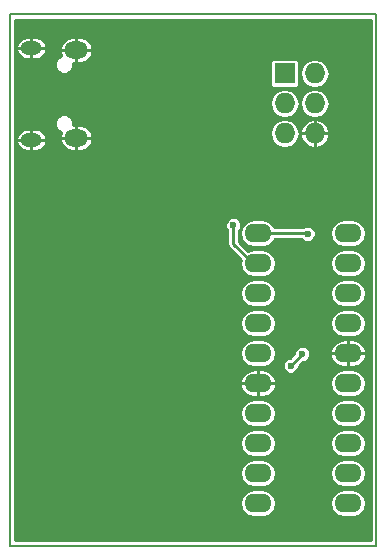
<source format=gbr>
G04 #@! TF.FileFunction,Copper,L2,Bot,Signal*
%FSLAX46Y46*%
G04 Gerber Fmt 4.6, Leading zero omitted, Abs format (unit mm)*
G04 Created by KiCad (PCBNEW 4.0.2+dfsg1-stable) date Die 12 Sep 2017 09:23:44 CEST*
%MOMM*%
G01*
G04 APERTURE LIST*
%ADD10C,0.100000*%
%ADD11C,0.150000*%
%ADD12O,2.300000X1.600000*%
%ADD13R,1.727200X1.727200*%
%ADD14O,1.727200X1.727200*%
%ADD15O,1.800000X1.150000*%
%ADD16O,2.000000X1.450000*%
%ADD17C,0.600000*%
%ADD18C,0.250000*%
G04 APERTURE END LIST*
D10*
D11*
X0Y0D02*
X0Y45000000D01*
X31000000Y0D02*
X0Y0D01*
X31000000Y45000000D02*
X31000000Y0D01*
X0Y45000000D02*
X31000000Y45000000D01*
D12*
X21000000Y26450000D03*
X21000000Y23910000D03*
X21000000Y21370000D03*
X21000000Y18830000D03*
X21000000Y16290000D03*
X21000000Y13750000D03*
X21000000Y11210000D03*
X21000000Y8670000D03*
X21000000Y6130000D03*
X21000000Y3590000D03*
X28620000Y3590000D03*
X28620000Y6130000D03*
X28620000Y8670000D03*
X28620000Y11210000D03*
X28620000Y13750000D03*
X28620000Y16290000D03*
X28620000Y18830000D03*
X28620000Y21370000D03*
X28620000Y23910000D03*
X28620000Y26450000D03*
D13*
X23250000Y40000000D03*
D14*
X25790000Y40000000D03*
X23250000Y37460000D03*
X25790000Y37460000D03*
X23250000Y34920000D03*
X25790000Y34920000D03*
D15*
X1800000Y34375000D03*
X1800000Y42125000D03*
D16*
X5600000Y34525000D03*
X5600000Y41975000D03*
D17*
X7050000Y36950000D03*
X14600000Y17000000D03*
X6000000Y13000000D03*
X25200000Y26400000D03*
X18900000Y27150000D03*
X24750000Y16250000D03*
X23750000Y15250000D03*
D18*
X21000000Y26450000D02*
X25150000Y26450000D01*
X25150000Y26450000D02*
X25200000Y26400000D01*
X21000000Y23910000D02*
X20540000Y23910000D01*
X20540000Y23910000D02*
X18900000Y25550000D01*
X18900000Y25550000D02*
X18900000Y27150000D01*
X23750000Y15250000D02*
X24750000Y16250000D01*
G36*
X30550000Y450000D02*
X450000Y450000D01*
X450000Y3590000D01*
X19445123Y3590000D01*
X19534565Y3140347D01*
X19789273Y2759150D01*
X20170470Y2504442D01*
X20620123Y2415000D01*
X21379877Y2415000D01*
X21829530Y2504442D01*
X22210727Y2759150D01*
X22465435Y3140347D01*
X22554877Y3590000D01*
X27065123Y3590000D01*
X27154565Y3140347D01*
X27409273Y2759150D01*
X27790470Y2504442D01*
X28240123Y2415000D01*
X28999877Y2415000D01*
X29449530Y2504442D01*
X29830727Y2759150D01*
X30085435Y3140347D01*
X30174877Y3590000D01*
X30085435Y4039653D01*
X29830727Y4420850D01*
X29449530Y4675558D01*
X28999877Y4765000D01*
X28240123Y4765000D01*
X27790470Y4675558D01*
X27409273Y4420850D01*
X27154565Y4039653D01*
X27065123Y3590000D01*
X22554877Y3590000D01*
X22465435Y4039653D01*
X22210727Y4420850D01*
X21829530Y4675558D01*
X21379877Y4765000D01*
X20620123Y4765000D01*
X20170470Y4675558D01*
X19789273Y4420850D01*
X19534565Y4039653D01*
X19445123Y3590000D01*
X450000Y3590000D01*
X450000Y6130000D01*
X19445123Y6130000D01*
X19534565Y5680347D01*
X19789273Y5299150D01*
X20170470Y5044442D01*
X20620123Y4955000D01*
X21379877Y4955000D01*
X21829530Y5044442D01*
X22210727Y5299150D01*
X22465435Y5680347D01*
X22554877Y6130000D01*
X27065123Y6130000D01*
X27154565Y5680347D01*
X27409273Y5299150D01*
X27790470Y5044442D01*
X28240123Y4955000D01*
X28999877Y4955000D01*
X29449530Y5044442D01*
X29830727Y5299150D01*
X30085435Y5680347D01*
X30174877Y6130000D01*
X30085435Y6579653D01*
X29830727Y6960850D01*
X29449530Y7215558D01*
X28999877Y7305000D01*
X28240123Y7305000D01*
X27790470Y7215558D01*
X27409273Y6960850D01*
X27154565Y6579653D01*
X27065123Y6130000D01*
X22554877Y6130000D01*
X22465435Y6579653D01*
X22210727Y6960850D01*
X21829530Y7215558D01*
X21379877Y7305000D01*
X20620123Y7305000D01*
X20170470Y7215558D01*
X19789273Y6960850D01*
X19534565Y6579653D01*
X19445123Y6130000D01*
X450000Y6130000D01*
X450000Y8670000D01*
X19445123Y8670000D01*
X19534565Y8220347D01*
X19789273Y7839150D01*
X20170470Y7584442D01*
X20620123Y7495000D01*
X21379877Y7495000D01*
X21829530Y7584442D01*
X22210727Y7839150D01*
X22465435Y8220347D01*
X22554877Y8670000D01*
X27065123Y8670000D01*
X27154565Y8220347D01*
X27409273Y7839150D01*
X27790470Y7584442D01*
X28240123Y7495000D01*
X28999877Y7495000D01*
X29449530Y7584442D01*
X29830727Y7839150D01*
X30085435Y8220347D01*
X30174877Y8670000D01*
X30085435Y9119653D01*
X29830727Y9500850D01*
X29449530Y9755558D01*
X28999877Y9845000D01*
X28240123Y9845000D01*
X27790470Y9755558D01*
X27409273Y9500850D01*
X27154565Y9119653D01*
X27065123Y8670000D01*
X22554877Y8670000D01*
X22465435Y9119653D01*
X22210727Y9500850D01*
X21829530Y9755558D01*
X21379877Y9845000D01*
X20620123Y9845000D01*
X20170470Y9755558D01*
X19789273Y9500850D01*
X19534565Y9119653D01*
X19445123Y8670000D01*
X450000Y8670000D01*
X450000Y11210000D01*
X19445123Y11210000D01*
X19534565Y10760347D01*
X19789273Y10379150D01*
X20170470Y10124442D01*
X20620123Y10035000D01*
X21379877Y10035000D01*
X21829530Y10124442D01*
X22210727Y10379150D01*
X22465435Y10760347D01*
X22554877Y11210000D01*
X27065123Y11210000D01*
X27154565Y10760347D01*
X27409273Y10379150D01*
X27790470Y10124442D01*
X28240123Y10035000D01*
X28999877Y10035000D01*
X29449530Y10124442D01*
X29830727Y10379150D01*
X30085435Y10760347D01*
X30174877Y11210000D01*
X30085435Y11659653D01*
X29830727Y12040850D01*
X29449530Y12295558D01*
X28999877Y12385000D01*
X28240123Y12385000D01*
X27790470Y12295558D01*
X27409273Y12040850D01*
X27154565Y11659653D01*
X27065123Y11210000D01*
X22554877Y11210000D01*
X22465435Y11659653D01*
X22210727Y12040850D01*
X21829530Y12295558D01*
X21379877Y12385000D01*
X20620123Y12385000D01*
X20170470Y12295558D01*
X19789273Y12040850D01*
X19534565Y11659653D01*
X19445123Y11210000D01*
X450000Y11210000D01*
X450000Y13561253D01*
X19490259Y13561253D01*
X19562528Y13304966D01*
X19815614Y12922685D01*
X20195728Y12666355D01*
X20645000Y12575000D01*
X20995000Y12575000D01*
X20995000Y13745000D01*
X21005000Y13745000D01*
X21005000Y12575000D01*
X21355000Y12575000D01*
X21804272Y12666355D01*
X22184386Y12922685D01*
X22437472Y13304966D01*
X22509741Y13561253D01*
X22431238Y13745000D01*
X21005000Y13745000D01*
X20995000Y13745000D01*
X19568762Y13745000D01*
X19490259Y13561253D01*
X450000Y13561253D01*
X450000Y13750000D01*
X27065123Y13750000D01*
X27154565Y13300347D01*
X27409273Y12919150D01*
X27790470Y12664442D01*
X28240123Y12575000D01*
X28999877Y12575000D01*
X29449530Y12664442D01*
X29830727Y12919150D01*
X30085435Y13300347D01*
X30174877Y13750000D01*
X30085435Y14199653D01*
X29830727Y14580850D01*
X29449530Y14835558D01*
X28999877Y14925000D01*
X28240123Y14925000D01*
X27790470Y14835558D01*
X27409273Y14580850D01*
X27154565Y14199653D01*
X27065123Y13750000D01*
X450000Y13750000D01*
X450000Y13938747D01*
X19490259Y13938747D01*
X19568762Y13755000D01*
X20995000Y13755000D01*
X20995000Y14925000D01*
X21005000Y14925000D01*
X21005000Y13755000D01*
X22431238Y13755000D01*
X22509741Y13938747D01*
X22437472Y14195034D01*
X22184386Y14577315D01*
X21804272Y14833645D01*
X21355000Y14925000D01*
X21005000Y14925000D01*
X20995000Y14925000D01*
X20645000Y14925000D01*
X20195728Y14833645D01*
X19815614Y14577315D01*
X19562528Y14195034D01*
X19490259Y13938747D01*
X450000Y13938747D01*
X450000Y16290000D01*
X19445123Y16290000D01*
X19534565Y15840347D01*
X19789273Y15459150D01*
X20170470Y15204442D01*
X20620123Y15115000D01*
X21379877Y15115000D01*
X21386528Y15116323D01*
X23074883Y15116323D01*
X23177429Y14868143D01*
X23367144Y14678097D01*
X23615145Y14575117D01*
X23883677Y14574883D01*
X24131857Y14677429D01*
X24321903Y14867144D01*
X24424883Y15115145D01*
X24424973Y15217866D01*
X24782078Y15574972D01*
X24883677Y15574883D01*
X25131857Y15677429D01*
X25321903Y15867144D01*
X25419114Y16101253D01*
X27110259Y16101253D01*
X27182528Y15844966D01*
X27435614Y15462685D01*
X27815728Y15206355D01*
X28265000Y15115000D01*
X28615000Y15115000D01*
X28615000Y16285000D01*
X28625000Y16285000D01*
X28625000Y15115000D01*
X28975000Y15115000D01*
X29424272Y15206355D01*
X29804386Y15462685D01*
X30057472Y15844966D01*
X30129741Y16101253D01*
X30051238Y16285000D01*
X28625000Y16285000D01*
X28615000Y16285000D01*
X27188762Y16285000D01*
X27110259Y16101253D01*
X25419114Y16101253D01*
X25424883Y16115145D01*
X25425117Y16383677D01*
X25385835Y16478747D01*
X27110259Y16478747D01*
X27188762Y16295000D01*
X28615000Y16295000D01*
X28615000Y17465000D01*
X28625000Y17465000D01*
X28625000Y16295000D01*
X30051238Y16295000D01*
X30129741Y16478747D01*
X30057472Y16735034D01*
X29804386Y17117315D01*
X29424272Y17373645D01*
X28975000Y17465000D01*
X28625000Y17465000D01*
X28615000Y17465000D01*
X28265000Y17465000D01*
X27815728Y17373645D01*
X27435614Y17117315D01*
X27182528Y16735034D01*
X27110259Y16478747D01*
X25385835Y16478747D01*
X25322571Y16631857D01*
X25132856Y16821903D01*
X24884855Y16924883D01*
X24616323Y16925117D01*
X24368143Y16822571D01*
X24178097Y16632856D01*
X24075117Y16384855D01*
X24075027Y16282134D01*
X23717922Y15925028D01*
X23616323Y15925117D01*
X23368143Y15822571D01*
X23178097Y15632856D01*
X23075117Y15384855D01*
X23074883Y15116323D01*
X21386528Y15116323D01*
X21829530Y15204442D01*
X22210727Y15459150D01*
X22465435Y15840347D01*
X22554877Y16290000D01*
X22465435Y16739653D01*
X22210727Y17120850D01*
X21829530Y17375558D01*
X21379877Y17465000D01*
X20620123Y17465000D01*
X20170470Y17375558D01*
X19789273Y17120850D01*
X19534565Y16739653D01*
X19445123Y16290000D01*
X450000Y16290000D01*
X450000Y18830000D01*
X19445123Y18830000D01*
X19534565Y18380347D01*
X19789273Y17999150D01*
X20170470Y17744442D01*
X20620123Y17655000D01*
X21379877Y17655000D01*
X21829530Y17744442D01*
X22210727Y17999150D01*
X22465435Y18380347D01*
X22554877Y18830000D01*
X27065123Y18830000D01*
X27154565Y18380347D01*
X27409273Y17999150D01*
X27790470Y17744442D01*
X28240123Y17655000D01*
X28999877Y17655000D01*
X29449530Y17744442D01*
X29830727Y17999150D01*
X30085435Y18380347D01*
X30174877Y18830000D01*
X30085435Y19279653D01*
X29830727Y19660850D01*
X29449530Y19915558D01*
X28999877Y20005000D01*
X28240123Y20005000D01*
X27790470Y19915558D01*
X27409273Y19660850D01*
X27154565Y19279653D01*
X27065123Y18830000D01*
X22554877Y18830000D01*
X22465435Y19279653D01*
X22210727Y19660850D01*
X21829530Y19915558D01*
X21379877Y20005000D01*
X20620123Y20005000D01*
X20170470Y19915558D01*
X19789273Y19660850D01*
X19534565Y19279653D01*
X19445123Y18830000D01*
X450000Y18830000D01*
X450000Y21370000D01*
X19445123Y21370000D01*
X19534565Y20920347D01*
X19789273Y20539150D01*
X20170470Y20284442D01*
X20620123Y20195000D01*
X21379877Y20195000D01*
X21829530Y20284442D01*
X22210727Y20539150D01*
X22465435Y20920347D01*
X22554877Y21370000D01*
X27065123Y21370000D01*
X27154565Y20920347D01*
X27409273Y20539150D01*
X27790470Y20284442D01*
X28240123Y20195000D01*
X28999877Y20195000D01*
X29449530Y20284442D01*
X29830727Y20539150D01*
X30085435Y20920347D01*
X30174877Y21370000D01*
X30085435Y21819653D01*
X29830727Y22200850D01*
X29449530Y22455558D01*
X28999877Y22545000D01*
X28240123Y22545000D01*
X27790470Y22455558D01*
X27409273Y22200850D01*
X27154565Y21819653D01*
X27065123Y21370000D01*
X22554877Y21370000D01*
X22465435Y21819653D01*
X22210727Y22200850D01*
X21829530Y22455558D01*
X21379877Y22545000D01*
X20620123Y22545000D01*
X20170470Y22455558D01*
X19789273Y22200850D01*
X19534565Y21819653D01*
X19445123Y21370000D01*
X450000Y21370000D01*
X450000Y27016323D01*
X18224883Y27016323D01*
X18327429Y26768143D01*
X18400000Y26695445D01*
X18400000Y25550000D01*
X18438060Y25358658D01*
X18546447Y25196447D01*
X19509459Y24233435D01*
X19445123Y23910000D01*
X19534565Y23460347D01*
X19789273Y23079150D01*
X20170470Y22824442D01*
X20620123Y22735000D01*
X21379877Y22735000D01*
X21829530Y22824442D01*
X22210727Y23079150D01*
X22465435Y23460347D01*
X22554877Y23910000D01*
X27065123Y23910000D01*
X27154565Y23460347D01*
X27409273Y23079150D01*
X27790470Y22824442D01*
X28240123Y22735000D01*
X28999877Y22735000D01*
X29449530Y22824442D01*
X29830727Y23079150D01*
X30085435Y23460347D01*
X30174877Y23910000D01*
X30085435Y24359653D01*
X29830727Y24740850D01*
X29449530Y24995558D01*
X28999877Y25085000D01*
X28240123Y25085000D01*
X27790470Y24995558D01*
X27409273Y24740850D01*
X27154565Y24359653D01*
X27065123Y23910000D01*
X22554877Y23910000D01*
X22465435Y24359653D01*
X22210727Y24740850D01*
X21829530Y24995558D01*
X21379877Y25085000D01*
X20620123Y25085000D01*
X20170470Y24995558D01*
X20165122Y24991985D01*
X19400000Y25757106D01*
X19400000Y26450000D01*
X19445123Y26450000D01*
X19534565Y26000347D01*
X19789273Y25619150D01*
X20170470Y25364442D01*
X20620123Y25275000D01*
X21379877Y25275000D01*
X21829530Y25364442D01*
X22210727Y25619150D01*
X22431794Y25950000D01*
X24695453Y25950000D01*
X24817144Y25828097D01*
X25065145Y25725117D01*
X25333677Y25724883D01*
X25581857Y25827429D01*
X25771903Y26017144D01*
X25874883Y26265145D01*
X25875044Y26450000D01*
X27065123Y26450000D01*
X27154565Y26000347D01*
X27409273Y25619150D01*
X27790470Y25364442D01*
X28240123Y25275000D01*
X28999877Y25275000D01*
X29449530Y25364442D01*
X29830727Y25619150D01*
X30085435Y26000347D01*
X30174877Y26450000D01*
X30085435Y26899653D01*
X29830727Y27280850D01*
X29449530Y27535558D01*
X28999877Y27625000D01*
X28240123Y27625000D01*
X27790470Y27535558D01*
X27409273Y27280850D01*
X27154565Y26899653D01*
X27065123Y26450000D01*
X25875044Y26450000D01*
X25875117Y26533677D01*
X25772571Y26781857D01*
X25582856Y26971903D01*
X25334855Y27074883D01*
X25066323Y27075117D01*
X24818143Y26972571D01*
X24795533Y26950000D01*
X22431794Y26950000D01*
X22210727Y27280850D01*
X21829530Y27535558D01*
X21379877Y27625000D01*
X20620123Y27625000D01*
X20170470Y27535558D01*
X19789273Y27280850D01*
X19534565Y26899653D01*
X19445123Y26450000D01*
X19400000Y26450000D01*
X19400000Y26695366D01*
X19471903Y26767144D01*
X19574883Y27015145D01*
X19575117Y27283677D01*
X19472571Y27531857D01*
X19282856Y27721903D01*
X19034855Y27824883D01*
X18766323Y27825117D01*
X18518143Y27722571D01*
X18328097Y27532856D01*
X18225117Y27284855D01*
X18224883Y27016323D01*
X450000Y27016323D01*
X450000Y34221451D01*
X537491Y34221451D01*
X595401Y34016070D01*
X799713Y33706784D01*
X1106831Y33499228D01*
X1470000Y33425000D01*
X1795000Y33425000D01*
X1795000Y34370000D01*
X1805000Y34370000D01*
X1805000Y33425000D01*
X2130000Y33425000D01*
X2493169Y33499228D01*
X2800287Y33706784D01*
X3004599Y34016070D01*
X3062509Y34221451D01*
X2993280Y34347985D01*
X4239336Y34347985D01*
X4306819Y34108668D01*
X4543647Y33750718D01*
X4899429Y33510646D01*
X5320000Y33425000D01*
X5595000Y33425000D01*
X5595000Y34520000D01*
X5605000Y34520000D01*
X5605000Y33425000D01*
X5880000Y33425000D01*
X6300571Y33510646D01*
X6656353Y33750718D01*
X6893181Y34108668D01*
X6960664Y34347985D01*
X6881238Y34520000D01*
X5605000Y34520000D01*
X5595000Y34520000D01*
X4318762Y34520000D01*
X4239336Y34347985D01*
X2993280Y34347985D01*
X2981235Y34370000D01*
X1805000Y34370000D01*
X1795000Y34370000D01*
X618765Y34370000D01*
X537491Y34221451D01*
X450000Y34221451D01*
X450000Y34528549D01*
X537491Y34528549D01*
X618765Y34380000D01*
X1795000Y34380000D01*
X1795000Y35325000D01*
X1805000Y35325000D01*
X1805000Y34380000D01*
X2981235Y34380000D01*
X3062509Y34528549D01*
X3004599Y34733930D01*
X2800287Y35043216D01*
X2493169Y35250772D01*
X2130000Y35325000D01*
X1805000Y35325000D01*
X1795000Y35325000D01*
X1470000Y35325000D01*
X1106831Y35250772D01*
X799713Y35043216D01*
X595401Y34733930D01*
X537491Y34528549D01*
X450000Y34528549D01*
X450000Y35596519D01*
X3774866Y35596519D01*
X3892604Y35311571D01*
X4110425Y35093370D01*
X4343405Y34996629D01*
X4306819Y34941332D01*
X4239336Y34702015D01*
X4318762Y34530000D01*
X5595000Y34530000D01*
X5595000Y35625000D01*
X5605000Y35625000D01*
X5605000Y34530000D01*
X6881238Y34530000D01*
X6960664Y34702015D01*
X6899197Y34920000D01*
X21987134Y34920000D01*
X22081417Y34446008D01*
X22349912Y34044178D01*
X22751742Y33775683D01*
X23225734Y33681400D01*
X23274266Y33681400D01*
X23748258Y33775683D01*
X24150088Y34044178D01*
X24418583Y34446008D01*
X24473342Y34721303D01*
X24567441Y34721303D01*
X24584464Y34635719D01*
X24785020Y34196020D01*
X25138575Y33866541D01*
X25591303Y33697441D01*
X25785000Y33775160D01*
X25785000Y34915000D01*
X25795000Y34915000D01*
X25795000Y33775160D01*
X25988697Y33697441D01*
X26441425Y33866541D01*
X26794980Y34196020D01*
X26995536Y34635719D01*
X27012559Y34721303D01*
X26934839Y34915000D01*
X25795000Y34915000D01*
X25785000Y34915000D01*
X24645161Y34915000D01*
X24567441Y34721303D01*
X24473342Y34721303D01*
X24512866Y34920000D01*
X24473343Y35118697D01*
X24567441Y35118697D01*
X24645161Y34925000D01*
X25785000Y34925000D01*
X25785000Y36064840D01*
X25795000Y36064840D01*
X25795000Y34925000D01*
X26934839Y34925000D01*
X27012559Y35118697D01*
X26995536Y35204281D01*
X26794980Y35643980D01*
X26441425Y35973459D01*
X25988697Y36142559D01*
X25795000Y36064840D01*
X25785000Y36064840D01*
X25591303Y36142559D01*
X25138575Y35973459D01*
X24785020Y35643980D01*
X24584464Y35204281D01*
X24567441Y35118697D01*
X24473343Y35118697D01*
X24418583Y35393992D01*
X24150088Y35795822D01*
X23748258Y36064317D01*
X23274266Y36158600D01*
X23225734Y36158600D01*
X22751742Y36064317D01*
X22349912Y35795822D01*
X22081417Y35393992D01*
X21987134Y34920000D01*
X6899197Y34920000D01*
X6893181Y34941332D01*
X6656353Y35299282D01*
X6300571Y35539354D01*
X5880000Y35625000D01*
X5605000Y35625000D01*
X5595000Y35625000D01*
X5324891Y35625000D01*
X5325134Y35903481D01*
X5207396Y36188429D01*
X4989575Y36406630D01*
X4704833Y36524865D01*
X4396519Y36525134D01*
X4111571Y36407396D01*
X3893370Y36189575D01*
X3775135Y35904833D01*
X3774866Y35596519D01*
X450000Y35596519D01*
X450000Y37460000D01*
X21987134Y37460000D01*
X22081417Y36986008D01*
X22349912Y36584178D01*
X22751742Y36315683D01*
X23225734Y36221400D01*
X23274266Y36221400D01*
X23748258Y36315683D01*
X24150088Y36584178D01*
X24418583Y36986008D01*
X24512866Y37460000D01*
X24527134Y37460000D01*
X24621417Y36986008D01*
X24889912Y36584178D01*
X25291742Y36315683D01*
X25765734Y36221400D01*
X25814266Y36221400D01*
X26288258Y36315683D01*
X26690088Y36584178D01*
X26958583Y36986008D01*
X27052866Y37460000D01*
X26958583Y37933992D01*
X26690088Y38335822D01*
X26288258Y38604317D01*
X25814266Y38698600D01*
X25765734Y38698600D01*
X25291742Y38604317D01*
X24889912Y38335822D01*
X24621417Y37933992D01*
X24527134Y37460000D01*
X24512866Y37460000D01*
X24418583Y37933992D01*
X24150088Y38335822D01*
X23748258Y38604317D01*
X23274266Y38698600D01*
X23225734Y38698600D01*
X22751742Y38604317D01*
X22349912Y38335822D01*
X22081417Y37933992D01*
X21987134Y37460000D01*
X450000Y37460000D01*
X450000Y40596519D01*
X3774866Y40596519D01*
X3892604Y40311571D01*
X4110425Y40093370D01*
X4395167Y39975135D01*
X4703481Y39974866D01*
X4988429Y40092604D01*
X5206630Y40310425D01*
X5324865Y40595167D01*
X5325099Y40863600D01*
X22004054Y40863600D01*
X22004054Y39136400D01*
X22030202Y38997434D01*
X22112331Y38869801D01*
X22237646Y38784177D01*
X22386400Y38754054D01*
X24113600Y38754054D01*
X24252566Y38780202D01*
X24380199Y38862331D01*
X24465823Y38987646D01*
X24495946Y39136400D01*
X24495946Y40000000D01*
X24527134Y40000000D01*
X24621417Y39526008D01*
X24889912Y39124178D01*
X25291742Y38855683D01*
X25765734Y38761400D01*
X25814266Y38761400D01*
X26288258Y38855683D01*
X26690088Y39124178D01*
X26958583Y39526008D01*
X27052866Y40000000D01*
X26958583Y40473992D01*
X26690088Y40875822D01*
X26288258Y41144317D01*
X25814266Y41238600D01*
X25765734Y41238600D01*
X25291742Y41144317D01*
X24889912Y40875822D01*
X24621417Y40473992D01*
X24527134Y40000000D01*
X24495946Y40000000D01*
X24495946Y40863600D01*
X24469798Y41002566D01*
X24387669Y41130199D01*
X24262354Y41215823D01*
X24113600Y41245946D01*
X22386400Y41245946D01*
X22247434Y41219798D01*
X22119801Y41137669D01*
X22034177Y41012354D01*
X22004054Y40863600D01*
X5325099Y40863600D01*
X5325109Y40875000D01*
X5595000Y40875000D01*
X5595000Y41970000D01*
X5605000Y41970000D01*
X5605000Y40875000D01*
X5880000Y40875000D01*
X6300571Y40960646D01*
X6656353Y41200718D01*
X6893181Y41558668D01*
X6960664Y41797985D01*
X6881238Y41970000D01*
X5605000Y41970000D01*
X5595000Y41970000D01*
X4318762Y41970000D01*
X4239336Y41797985D01*
X4306819Y41558668D01*
X4343500Y41503227D01*
X4111571Y41407396D01*
X3893370Y41189575D01*
X3775135Y40904833D01*
X3774866Y40596519D01*
X450000Y40596519D01*
X450000Y41971451D01*
X537491Y41971451D01*
X595401Y41766070D01*
X799713Y41456784D01*
X1106831Y41249228D01*
X1470000Y41175000D01*
X1795000Y41175000D01*
X1795000Y42120000D01*
X1805000Y42120000D01*
X1805000Y41175000D01*
X2130000Y41175000D01*
X2493169Y41249228D01*
X2800287Y41456784D01*
X3004599Y41766070D01*
X3062509Y41971451D01*
X2981235Y42120000D01*
X1805000Y42120000D01*
X1795000Y42120000D01*
X618765Y42120000D01*
X537491Y41971451D01*
X450000Y41971451D01*
X450000Y42278549D01*
X537491Y42278549D01*
X618765Y42130000D01*
X1795000Y42130000D01*
X1795000Y43075000D01*
X1805000Y43075000D01*
X1805000Y42130000D01*
X2981235Y42130000D01*
X2993279Y42152015D01*
X4239336Y42152015D01*
X4318762Y41980000D01*
X5595000Y41980000D01*
X5595000Y43075000D01*
X5605000Y43075000D01*
X5605000Y41980000D01*
X6881238Y41980000D01*
X6960664Y42152015D01*
X6893181Y42391332D01*
X6656353Y42749282D01*
X6300571Y42989354D01*
X5880000Y43075000D01*
X5605000Y43075000D01*
X5595000Y43075000D01*
X5320000Y43075000D01*
X4899429Y42989354D01*
X4543647Y42749282D01*
X4306819Y42391332D01*
X4239336Y42152015D01*
X2993279Y42152015D01*
X3062509Y42278549D01*
X3004599Y42483930D01*
X2800287Y42793216D01*
X2493169Y43000772D01*
X2130000Y43075000D01*
X1805000Y43075000D01*
X1795000Y43075000D01*
X1470000Y43075000D01*
X1106831Y43000772D01*
X799713Y42793216D01*
X595401Y42483930D01*
X537491Y42278549D01*
X450000Y42278549D01*
X450000Y44550000D01*
X30550000Y44550000D01*
X30550000Y450000D01*
X30550000Y450000D01*
G37*
X30550000Y450000D02*
X450000Y450000D01*
X450000Y3590000D01*
X19445123Y3590000D01*
X19534565Y3140347D01*
X19789273Y2759150D01*
X20170470Y2504442D01*
X20620123Y2415000D01*
X21379877Y2415000D01*
X21829530Y2504442D01*
X22210727Y2759150D01*
X22465435Y3140347D01*
X22554877Y3590000D01*
X27065123Y3590000D01*
X27154565Y3140347D01*
X27409273Y2759150D01*
X27790470Y2504442D01*
X28240123Y2415000D01*
X28999877Y2415000D01*
X29449530Y2504442D01*
X29830727Y2759150D01*
X30085435Y3140347D01*
X30174877Y3590000D01*
X30085435Y4039653D01*
X29830727Y4420850D01*
X29449530Y4675558D01*
X28999877Y4765000D01*
X28240123Y4765000D01*
X27790470Y4675558D01*
X27409273Y4420850D01*
X27154565Y4039653D01*
X27065123Y3590000D01*
X22554877Y3590000D01*
X22465435Y4039653D01*
X22210727Y4420850D01*
X21829530Y4675558D01*
X21379877Y4765000D01*
X20620123Y4765000D01*
X20170470Y4675558D01*
X19789273Y4420850D01*
X19534565Y4039653D01*
X19445123Y3590000D01*
X450000Y3590000D01*
X450000Y6130000D01*
X19445123Y6130000D01*
X19534565Y5680347D01*
X19789273Y5299150D01*
X20170470Y5044442D01*
X20620123Y4955000D01*
X21379877Y4955000D01*
X21829530Y5044442D01*
X22210727Y5299150D01*
X22465435Y5680347D01*
X22554877Y6130000D01*
X27065123Y6130000D01*
X27154565Y5680347D01*
X27409273Y5299150D01*
X27790470Y5044442D01*
X28240123Y4955000D01*
X28999877Y4955000D01*
X29449530Y5044442D01*
X29830727Y5299150D01*
X30085435Y5680347D01*
X30174877Y6130000D01*
X30085435Y6579653D01*
X29830727Y6960850D01*
X29449530Y7215558D01*
X28999877Y7305000D01*
X28240123Y7305000D01*
X27790470Y7215558D01*
X27409273Y6960850D01*
X27154565Y6579653D01*
X27065123Y6130000D01*
X22554877Y6130000D01*
X22465435Y6579653D01*
X22210727Y6960850D01*
X21829530Y7215558D01*
X21379877Y7305000D01*
X20620123Y7305000D01*
X20170470Y7215558D01*
X19789273Y6960850D01*
X19534565Y6579653D01*
X19445123Y6130000D01*
X450000Y6130000D01*
X450000Y8670000D01*
X19445123Y8670000D01*
X19534565Y8220347D01*
X19789273Y7839150D01*
X20170470Y7584442D01*
X20620123Y7495000D01*
X21379877Y7495000D01*
X21829530Y7584442D01*
X22210727Y7839150D01*
X22465435Y8220347D01*
X22554877Y8670000D01*
X27065123Y8670000D01*
X27154565Y8220347D01*
X27409273Y7839150D01*
X27790470Y7584442D01*
X28240123Y7495000D01*
X28999877Y7495000D01*
X29449530Y7584442D01*
X29830727Y7839150D01*
X30085435Y8220347D01*
X30174877Y8670000D01*
X30085435Y9119653D01*
X29830727Y9500850D01*
X29449530Y9755558D01*
X28999877Y9845000D01*
X28240123Y9845000D01*
X27790470Y9755558D01*
X27409273Y9500850D01*
X27154565Y9119653D01*
X27065123Y8670000D01*
X22554877Y8670000D01*
X22465435Y9119653D01*
X22210727Y9500850D01*
X21829530Y9755558D01*
X21379877Y9845000D01*
X20620123Y9845000D01*
X20170470Y9755558D01*
X19789273Y9500850D01*
X19534565Y9119653D01*
X19445123Y8670000D01*
X450000Y8670000D01*
X450000Y11210000D01*
X19445123Y11210000D01*
X19534565Y10760347D01*
X19789273Y10379150D01*
X20170470Y10124442D01*
X20620123Y10035000D01*
X21379877Y10035000D01*
X21829530Y10124442D01*
X22210727Y10379150D01*
X22465435Y10760347D01*
X22554877Y11210000D01*
X27065123Y11210000D01*
X27154565Y10760347D01*
X27409273Y10379150D01*
X27790470Y10124442D01*
X28240123Y10035000D01*
X28999877Y10035000D01*
X29449530Y10124442D01*
X29830727Y10379150D01*
X30085435Y10760347D01*
X30174877Y11210000D01*
X30085435Y11659653D01*
X29830727Y12040850D01*
X29449530Y12295558D01*
X28999877Y12385000D01*
X28240123Y12385000D01*
X27790470Y12295558D01*
X27409273Y12040850D01*
X27154565Y11659653D01*
X27065123Y11210000D01*
X22554877Y11210000D01*
X22465435Y11659653D01*
X22210727Y12040850D01*
X21829530Y12295558D01*
X21379877Y12385000D01*
X20620123Y12385000D01*
X20170470Y12295558D01*
X19789273Y12040850D01*
X19534565Y11659653D01*
X19445123Y11210000D01*
X450000Y11210000D01*
X450000Y13561253D01*
X19490259Y13561253D01*
X19562528Y13304966D01*
X19815614Y12922685D01*
X20195728Y12666355D01*
X20645000Y12575000D01*
X20995000Y12575000D01*
X20995000Y13745000D01*
X21005000Y13745000D01*
X21005000Y12575000D01*
X21355000Y12575000D01*
X21804272Y12666355D01*
X22184386Y12922685D01*
X22437472Y13304966D01*
X22509741Y13561253D01*
X22431238Y13745000D01*
X21005000Y13745000D01*
X20995000Y13745000D01*
X19568762Y13745000D01*
X19490259Y13561253D01*
X450000Y13561253D01*
X450000Y13750000D01*
X27065123Y13750000D01*
X27154565Y13300347D01*
X27409273Y12919150D01*
X27790470Y12664442D01*
X28240123Y12575000D01*
X28999877Y12575000D01*
X29449530Y12664442D01*
X29830727Y12919150D01*
X30085435Y13300347D01*
X30174877Y13750000D01*
X30085435Y14199653D01*
X29830727Y14580850D01*
X29449530Y14835558D01*
X28999877Y14925000D01*
X28240123Y14925000D01*
X27790470Y14835558D01*
X27409273Y14580850D01*
X27154565Y14199653D01*
X27065123Y13750000D01*
X450000Y13750000D01*
X450000Y13938747D01*
X19490259Y13938747D01*
X19568762Y13755000D01*
X20995000Y13755000D01*
X20995000Y14925000D01*
X21005000Y14925000D01*
X21005000Y13755000D01*
X22431238Y13755000D01*
X22509741Y13938747D01*
X22437472Y14195034D01*
X22184386Y14577315D01*
X21804272Y14833645D01*
X21355000Y14925000D01*
X21005000Y14925000D01*
X20995000Y14925000D01*
X20645000Y14925000D01*
X20195728Y14833645D01*
X19815614Y14577315D01*
X19562528Y14195034D01*
X19490259Y13938747D01*
X450000Y13938747D01*
X450000Y16290000D01*
X19445123Y16290000D01*
X19534565Y15840347D01*
X19789273Y15459150D01*
X20170470Y15204442D01*
X20620123Y15115000D01*
X21379877Y15115000D01*
X21386528Y15116323D01*
X23074883Y15116323D01*
X23177429Y14868143D01*
X23367144Y14678097D01*
X23615145Y14575117D01*
X23883677Y14574883D01*
X24131857Y14677429D01*
X24321903Y14867144D01*
X24424883Y15115145D01*
X24424973Y15217866D01*
X24782078Y15574972D01*
X24883677Y15574883D01*
X25131857Y15677429D01*
X25321903Y15867144D01*
X25419114Y16101253D01*
X27110259Y16101253D01*
X27182528Y15844966D01*
X27435614Y15462685D01*
X27815728Y15206355D01*
X28265000Y15115000D01*
X28615000Y15115000D01*
X28615000Y16285000D01*
X28625000Y16285000D01*
X28625000Y15115000D01*
X28975000Y15115000D01*
X29424272Y15206355D01*
X29804386Y15462685D01*
X30057472Y15844966D01*
X30129741Y16101253D01*
X30051238Y16285000D01*
X28625000Y16285000D01*
X28615000Y16285000D01*
X27188762Y16285000D01*
X27110259Y16101253D01*
X25419114Y16101253D01*
X25424883Y16115145D01*
X25425117Y16383677D01*
X25385835Y16478747D01*
X27110259Y16478747D01*
X27188762Y16295000D01*
X28615000Y16295000D01*
X28615000Y17465000D01*
X28625000Y17465000D01*
X28625000Y16295000D01*
X30051238Y16295000D01*
X30129741Y16478747D01*
X30057472Y16735034D01*
X29804386Y17117315D01*
X29424272Y17373645D01*
X28975000Y17465000D01*
X28625000Y17465000D01*
X28615000Y17465000D01*
X28265000Y17465000D01*
X27815728Y17373645D01*
X27435614Y17117315D01*
X27182528Y16735034D01*
X27110259Y16478747D01*
X25385835Y16478747D01*
X25322571Y16631857D01*
X25132856Y16821903D01*
X24884855Y16924883D01*
X24616323Y16925117D01*
X24368143Y16822571D01*
X24178097Y16632856D01*
X24075117Y16384855D01*
X24075027Y16282134D01*
X23717922Y15925028D01*
X23616323Y15925117D01*
X23368143Y15822571D01*
X23178097Y15632856D01*
X23075117Y15384855D01*
X23074883Y15116323D01*
X21386528Y15116323D01*
X21829530Y15204442D01*
X22210727Y15459150D01*
X22465435Y15840347D01*
X22554877Y16290000D01*
X22465435Y16739653D01*
X22210727Y17120850D01*
X21829530Y17375558D01*
X21379877Y17465000D01*
X20620123Y17465000D01*
X20170470Y17375558D01*
X19789273Y17120850D01*
X19534565Y16739653D01*
X19445123Y16290000D01*
X450000Y16290000D01*
X450000Y18830000D01*
X19445123Y18830000D01*
X19534565Y18380347D01*
X19789273Y17999150D01*
X20170470Y17744442D01*
X20620123Y17655000D01*
X21379877Y17655000D01*
X21829530Y17744442D01*
X22210727Y17999150D01*
X22465435Y18380347D01*
X22554877Y18830000D01*
X27065123Y18830000D01*
X27154565Y18380347D01*
X27409273Y17999150D01*
X27790470Y17744442D01*
X28240123Y17655000D01*
X28999877Y17655000D01*
X29449530Y17744442D01*
X29830727Y17999150D01*
X30085435Y18380347D01*
X30174877Y18830000D01*
X30085435Y19279653D01*
X29830727Y19660850D01*
X29449530Y19915558D01*
X28999877Y20005000D01*
X28240123Y20005000D01*
X27790470Y19915558D01*
X27409273Y19660850D01*
X27154565Y19279653D01*
X27065123Y18830000D01*
X22554877Y18830000D01*
X22465435Y19279653D01*
X22210727Y19660850D01*
X21829530Y19915558D01*
X21379877Y20005000D01*
X20620123Y20005000D01*
X20170470Y19915558D01*
X19789273Y19660850D01*
X19534565Y19279653D01*
X19445123Y18830000D01*
X450000Y18830000D01*
X450000Y21370000D01*
X19445123Y21370000D01*
X19534565Y20920347D01*
X19789273Y20539150D01*
X20170470Y20284442D01*
X20620123Y20195000D01*
X21379877Y20195000D01*
X21829530Y20284442D01*
X22210727Y20539150D01*
X22465435Y20920347D01*
X22554877Y21370000D01*
X27065123Y21370000D01*
X27154565Y20920347D01*
X27409273Y20539150D01*
X27790470Y20284442D01*
X28240123Y20195000D01*
X28999877Y20195000D01*
X29449530Y20284442D01*
X29830727Y20539150D01*
X30085435Y20920347D01*
X30174877Y21370000D01*
X30085435Y21819653D01*
X29830727Y22200850D01*
X29449530Y22455558D01*
X28999877Y22545000D01*
X28240123Y22545000D01*
X27790470Y22455558D01*
X27409273Y22200850D01*
X27154565Y21819653D01*
X27065123Y21370000D01*
X22554877Y21370000D01*
X22465435Y21819653D01*
X22210727Y22200850D01*
X21829530Y22455558D01*
X21379877Y22545000D01*
X20620123Y22545000D01*
X20170470Y22455558D01*
X19789273Y22200850D01*
X19534565Y21819653D01*
X19445123Y21370000D01*
X450000Y21370000D01*
X450000Y27016323D01*
X18224883Y27016323D01*
X18327429Y26768143D01*
X18400000Y26695445D01*
X18400000Y25550000D01*
X18438060Y25358658D01*
X18546447Y25196447D01*
X19509459Y24233435D01*
X19445123Y23910000D01*
X19534565Y23460347D01*
X19789273Y23079150D01*
X20170470Y22824442D01*
X20620123Y22735000D01*
X21379877Y22735000D01*
X21829530Y22824442D01*
X22210727Y23079150D01*
X22465435Y23460347D01*
X22554877Y23910000D01*
X27065123Y23910000D01*
X27154565Y23460347D01*
X27409273Y23079150D01*
X27790470Y22824442D01*
X28240123Y22735000D01*
X28999877Y22735000D01*
X29449530Y22824442D01*
X29830727Y23079150D01*
X30085435Y23460347D01*
X30174877Y23910000D01*
X30085435Y24359653D01*
X29830727Y24740850D01*
X29449530Y24995558D01*
X28999877Y25085000D01*
X28240123Y25085000D01*
X27790470Y24995558D01*
X27409273Y24740850D01*
X27154565Y24359653D01*
X27065123Y23910000D01*
X22554877Y23910000D01*
X22465435Y24359653D01*
X22210727Y24740850D01*
X21829530Y24995558D01*
X21379877Y25085000D01*
X20620123Y25085000D01*
X20170470Y24995558D01*
X20165122Y24991985D01*
X19400000Y25757106D01*
X19400000Y26450000D01*
X19445123Y26450000D01*
X19534565Y26000347D01*
X19789273Y25619150D01*
X20170470Y25364442D01*
X20620123Y25275000D01*
X21379877Y25275000D01*
X21829530Y25364442D01*
X22210727Y25619150D01*
X22431794Y25950000D01*
X24695453Y25950000D01*
X24817144Y25828097D01*
X25065145Y25725117D01*
X25333677Y25724883D01*
X25581857Y25827429D01*
X25771903Y26017144D01*
X25874883Y26265145D01*
X25875044Y26450000D01*
X27065123Y26450000D01*
X27154565Y26000347D01*
X27409273Y25619150D01*
X27790470Y25364442D01*
X28240123Y25275000D01*
X28999877Y25275000D01*
X29449530Y25364442D01*
X29830727Y25619150D01*
X30085435Y26000347D01*
X30174877Y26450000D01*
X30085435Y26899653D01*
X29830727Y27280850D01*
X29449530Y27535558D01*
X28999877Y27625000D01*
X28240123Y27625000D01*
X27790470Y27535558D01*
X27409273Y27280850D01*
X27154565Y26899653D01*
X27065123Y26450000D01*
X25875044Y26450000D01*
X25875117Y26533677D01*
X25772571Y26781857D01*
X25582856Y26971903D01*
X25334855Y27074883D01*
X25066323Y27075117D01*
X24818143Y26972571D01*
X24795533Y26950000D01*
X22431794Y26950000D01*
X22210727Y27280850D01*
X21829530Y27535558D01*
X21379877Y27625000D01*
X20620123Y27625000D01*
X20170470Y27535558D01*
X19789273Y27280850D01*
X19534565Y26899653D01*
X19445123Y26450000D01*
X19400000Y26450000D01*
X19400000Y26695366D01*
X19471903Y26767144D01*
X19574883Y27015145D01*
X19575117Y27283677D01*
X19472571Y27531857D01*
X19282856Y27721903D01*
X19034855Y27824883D01*
X18766323Y27825117D01*
X18518143Y27722571D01*
X18328097Y27532856D01*
X18225117Y27284855D01*
X18224883Y27016323D01*
X450000Y27016323D01*
X450000Y34221451D01*
X537491Y34221451D01*
X595401Y34016070D01*
X799713Y33706784D01*
X1106831Y33499228D01*
X1470000Y33425000D01*
X1795000Y33425000D01*
X1795000Y34370000D01*
X1805000Y34370000D01*
X1805000Y33425000D01*
X2130000Y33425000D01*
X2493169Y33499228D01*
X2800287Y33706784D01*
X3004599Y34016070D01*
X3062509Y34221451D01*
X2993280Y34347985D01*
X4239336Y34347985D01*
X4306819Y34108668D01*
X4543647Y33750718D01*
X4899429Y33510646D01*
X5320000Y33425000D01*
X5595000Y33425000D01*
X5595000Y34520000D01*
X5605000Y34520000D01*
X5605000Y33425000D01*
X5880000Y33425000D01*
X6300571Y33510646D01*
X6656353Y33750718D01*
X6893181Y34108668D01*
X6960664Y34347985D01*
X6881238Y34520000D01*
X5605000Y34520000D01*
X5595000Y34520000D01*
X4318762Y34520000D01*
X4239336Y34347985D01*
X2993280Y34347985D01*
X2981235Y34370000D01*
X1805000Y34370000D01*
X1795000Y34370000D01*
X618765Y34370000D01*
X537491Y34221451D01*
X450000Y34221451D01*
X450000Y34528549D01*
X537491Y34528549D01*
X618765Y34380000D01*
X1795000Y34380000D01*
X1795000Y35325000D01*
X1805000Y35325000D01*
X1805000Y34380000D01*
X2981235Y34380000D01*
X3062509Y34528549D01*
X3004599Y34733930D01*
X2800287Y35043216D01*
X2493169Y35250772D01*
X2130000Y35325000D01*
X1805000Y35325000D01*
X1795000Y35325000D01*
X1470000Y35325000D01*
X1106831Y35250772D01*
X799713Y35043216D01*
X595401Y34733930D01*
X537491Y34528549D01*
X450000Y34528549D01*
X450000Y35596519D01*
X3774866Y35596519D01*
X3892604Y35311571D01*
X4110425Y35093370D01*
X4343405Y34996629D01*
X4306819Y34941332D01*
X4239336Y34702015D01*
X4318762Y34530000D01*
X5595000Y34530000D01*
X5595000Y35625000D01*
X5605000Y35625000D01*
X5605000Y34530000D01*
X6881238Y34530000D01*
X6960664Y34702015D01*
X6899197Y34920000D01*
X21987134Y34920000D01*
X22081417Y34446008D01*
X22349912Y34044178D01*
X22751742Y33775683D01*
X23225734Y33681400D01*
X23274266Y33681400D01*
X23748258Y33775683D01*
X24150088Y34044178D01*
X24418583Y34446008D01*
X24473342Y34721303D01*
X24567441Y34721303D01*
X24584464Y34635719D01*
X24785020Y34196020D01*
X25138575Y33866541D01*
X25591303Y33697441D01*
X25785000Y33775160D01*
X25785000Y34915000D01*
X25795000Y34915000D01*
X25795000Y33775160D01*
X25988697Y33697441D01*
X26441425Y33866541D01*
X26794980Y34196020D01*
X26995536Y34635719D01*
X27012559Y34721303D01*
X26934839Y34915000D01*
X25795000Y34915000D01*
X25785000Y34915000D01*
X24645161Y34915000D01*
X24567441Y34721303D01*
X24473342Y34721303D01*
X24512866Y34920000D01*
X24473343Y35118697D01*
X24567441Y35118697D01*
X24645161Y34925000D01*
X25785000Y34925000D01*
X25785000Y36064840D01*
X25795000Y36064840D01*
X25795000Y34925000D01*
X26934839Y34925000D01*
X27012559Y35118697D01*
X26995536Y35204281D01*
X26794980Y35643980D01*
X26441425Y35973459D01*
X25988697Y36142559D01*
X25795000Y36064840D01*
X25785000Y36064840D01*
X25591303Y36142559D01*
X25138575Y35973459D01*
X24785020Y35643980D01*
X24584464Y35204281D01*
X24567441Y35118697D01*
X24473343Y35118697D01*
X24418583Y35393992D01*
X24150088Y35795822D01*
X23748258Y36064317D01*
X23274266Y36158600D01*
X23225734Y36158600D01*
X22751742Y36064317D01*
X22349912Y35795822D01*
X22081417Y35393992D01*
X21987134Y34920000D01*
X6899197Y34920000D01*
X6893181Y34941332D01*
X6656353Y35299282D01*
X6300571Y35539354D01*
X5880000Y35625000D01*
X5605000Y35625000D01*
X5595000Y35625000D01*
X5324891Y35625000D01*
X5325134Y35903481D01*
X5207396Y36188429D01*
X4989575Y36406630D01*
X4704833Y36524865D01*
X4396519Y36525134D01*
X4111571Y36407396D01*
X3893370Y36189575D01*
X3775135Y35904833D01*
X3774866Y35596519D01*
X450000Y35596519D01*
X450000Y37460000D01*
X21987134Y37460000D01*
X22081417Y36986008D01*
X22349912Y36584178D01*
X22751742Y36315683D01*
X23225734Y36221400D01*
X23274266Y36221400D01*
X23748258Y36315683D01*
X24150088Y36584178D01*
X24418583Y36986008D01*
X24512866Y37460000D01*
X24527134Y37460000D01*
X24621417Y36986008D01*
X24889912Y36584178D01*
X25291742Y36315683D01*
X25765734Y36221400D01*
X25814266Y36221400D01*
X26288258Y36315683D01*
X26690088Y36584178D01*
X26958583Y36986008D01*
X27052866Y37460000D01*
X26958583Y37933992D01*
X26690088Y38335822D01*
X26288258Y38604317D01*
X25814266Y38698600D01*
X25765734Y38698600D01*
X25291742Y38604317D01*
X24889912Y38335822D01*
X24621417Y37933992D01*
X24527134Y37460000D01*
X24512866Y37460000D01*
X24418583Y37933992D01*
X24150088Y38335822D01*
X23748258Y38604317D01*
X23274266Y38698600D01*
X23225734Y38698600D01*
X22751742Y38604317D01*
X22349912Y38335822D01*
X22081417Y37933992D01*
X21987134Y37460000D01*
X450000Y37460000D01*
X450000Y40596519D01*
X3774866Y40596519D01*
X3892604Y40311571D01*
X4110425Y40093370D01*
X4395167Y39975135D01*
X4703481Y39974866D01*
X4988429Y40092604D01*
X5206630Y40310425D01*
X5324865Y40595167D01*
X5325099Y40863600D01*
X22004054Y40863600D01*
X22004054Y39136400D01*
X22030202Y38997434D01*
X22112331Y38869801D01*
X22237646Y38784177D01*
X22386400Y38754054D01*
X24113600Y38754054D01*
X24252566Y38780202D01*
X24380199Y38862331D01*
X24465823Y38987646D01*
X24495946Y39136400D01*
X24495946Y40000000D01*
X24527134Y40000000D01*
X24621417Y39526008D01*
X24889912Y39124178D01*
X25291742Y38855683D01*
X25765734Y38761400D01*
X25814266Y38761400D01*
X26288258Y38855683D01*
X26690088Y39124178D01*
X26958583Y39526008D01*
X27052866Y40000000D01*
X26958583Y40473992D01*
X26690088Y40875822D01*
X26288258Y41144317D01*
X25814266Y41238600D01*
X25765734Y41238600D01*
X25291742Y41144317D01*
X24889912Y40875822D01*
X24621417Y40473992D01*
X24527134Y40000000D01*
X24495946Y40000000D01*
X24495946Y40863600D01*
X24469798Y41002566D01*
X24387669Y41130199D01*
X24262354Y41215823D01*
X24113600Y41245946D01*
X22386400Y41245946D01*
X22247434Y41219798D01*
X22119801Y41137669D01*
X22034177Y41012354D01*
X22004054Y40863600D01*
X5325099Y40863600D01*
X5325109Y40875000D01*
X5595000Y40875000D01*
X5595000Y41970000D01*
X5605000Y41970000D01*
X5605000Y40875000D01*
X5880000Y40875000D01*
X6300571Y40960646D01*
X6656353Y41200718D01*
X6893181Y41558668D01*
X6960664Y41797985D01*
X6881238Y41970000D01*
X5605000Y41970000D01*
X5595000Y41970000D01*
X4318762Y41970000D01*
X4239336Y41797985D01*
X4306819Y41558668D01*
X4343500Y41503227D01*
X4111571Y41407396D01*
X3893370Y41189575D01*
X3775135Y40904833D01*
X3774866Y40596519D01*
X450000Y40596519D01*
X450000Y41971451D01*
X537491Y41971451D01*
X595401Y41766070D01*
X799713Y41456784D01*
X1106831Y41249228D01*
X1470000Y41175000D01*
X1795000Y41175000D01*
X1795000Y42120000D01*
X1805000Y42120000D01*
X1805000Y41175000D01*
X2130000Y41175000D01*
X2493169Y41249228D01*
X2800287Y41456784D01*
X3004599Y41766070D01*
X3062509Y41971451D01*
X2981235Y42120000D01*
X1805000Y42120000D01*
X1795000Y42120000D01*
X618765Y42120000D01*
X537491Y41971451D01*
X450000Y41971451D01*
X450000Y42278549D01*
X537491Y42278549D01*
X618765Y42130000D01*
X1795000Y42130000D01*
X1795000Y43075000D01*
X1805000Y43075000D01*
X1805000Y42130000D01*
X2981235Y42130000D01*
X2993279Y42152015D01*
X4239336Y42152015D01*
X4318762Y41980000D01*
X5595000Y41980000D01*
X5595000Y43075000D01*
X5605000Y43075000D01*
X5605000Y41980000D01*
X6881238Y41980000D01*
X6960664Y42152015D01*
X6893181Y42391332D01*
X6656353Y42749282D01*
X6300571Y42989354D01*
X5880000Y43075000D01*
X5605000Y43075000D01*
X5595000Y43075000D01*
X5320000Y43075000D01*
X4899429Y42989354D01*
X4543647Y42749282D01*
X4306819Y42391332D01*
X4239336Y42152015D01*
X2993279Y42152015D01*
X3062509Y42278549D01*
X3004599Y42483930D01*
X2800287Y42793216D01*
X2493169Y43000772D01*
X2130000Y43075000D01*
X1805000Y43075000D01*
X1795000Y43075000D01*
X1470000Y43075000D01*
X1106831Y43000772D01*
X799713Y42793216D01*
X595401Y42483930D01*
X537491Y42278549D01*
X450000Y42278549D01*
X450000Y44550000D01*
X30550000Y44550000D01*
X30550000Y450000D01*
M02*

</source>
